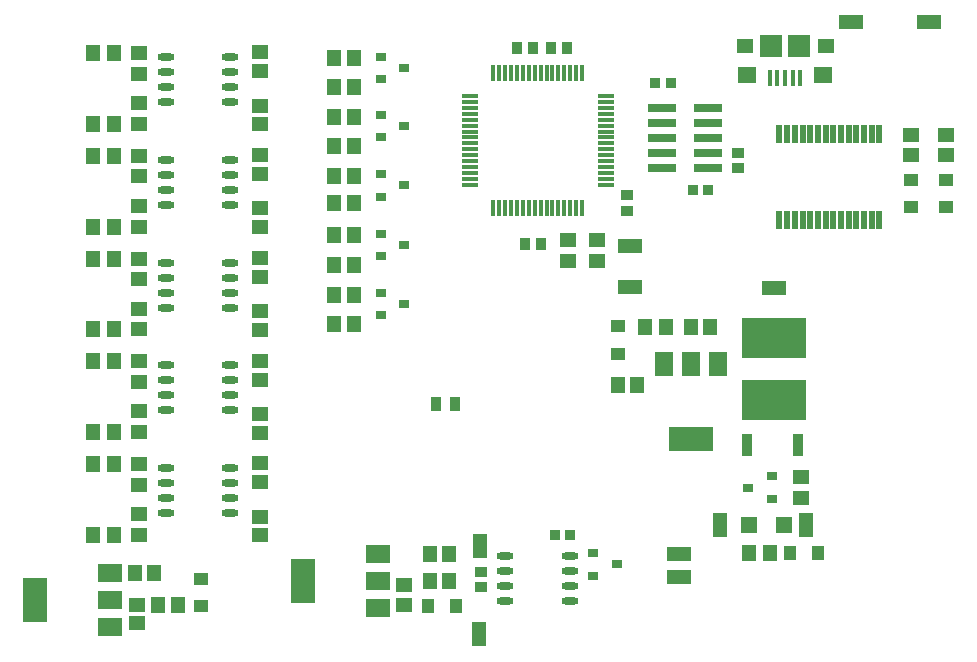
<source format=gtp>
G04*
G04 #@! TF.GenerationSoftware,Altium Limited,Altium Designer,18.1.9 (240)*
G04*
G04 Layer_Color=8421504*
%FSLAX25Y25*%
%MOIN*%
G70*
G01*
G75*
%ADD10R,0.05118X0.04331*%
%ADD11R,0.05118X0.05512*%
%ADD12R,0.05906X0.07874*%
%ADD13R,0.14961X0.07874*%
%ADD14R,0.05512X0.05118*%
%ADD15R,0.04528X0.05315*%
%ADD16R,0.07874X0.05906*%
%ADD17R,0.07874X0.14961*%
%ADD18R,0.01929X0.06496*%
%ADD19R,0.03937X0.03543*%
%ADD20R,0.21457X0.13780*%
%ADD21R,0.03543X0.07480*%
%ADD22R,0.03543X0.03150*%
%ADD23R,0.05315X0.04528*%
%ADD24R,0.05315X0.05709*%
%ADD25R,0.03543X0.03937*%
%ADD26R,0.03347X0.03740*%
%ADD27R,0.07480X0.07480*%
%ADD28R,0.05709X0.05118*%
%ADD29R,0.06299X0.05512*%
%ADD30R,0.01575X0.05315*%
%ADD31O,0.05709X0.02362*%
%ADD32R,0.04331X0.05118*%
%ADD33R,0.04528X0.08071*%
%ADD34R,0.08071X0.04528*%
%ADD35R,0.09449X0.02992*%
%ADD36R,0.05315X0.01181*%
%ADD37R,0.01181X0.05315*%
%ADD38R,0.03740X0.04921*%
D10*
X431496Y455118D02*
D03*
Y464173D02*
D03*
X570472Y548228D02*
D03*
Y539173D02*
D03*
X679921Y597047D02*
D03*
Y587992D02*
D03*
X668110Y597047D02*
D03*
Y587992D02*
D03*
D11*
X409449Y466142D02*
D03*
X415748D02*
D03*
X601218Y547950D02*
D03*
X594918D02*
D03*
X570472Y528740D02*
D03*
X576772D02*
D03*
X514173Y472441D02*
D03*
X507874D02*
D03*
X514173Y463386D02*
D03*
X507874D02*
D03*
D12*
X603937Y535630D02*
D03*
X594882D02*
D03*
X585827D02*
D03*
D13*
X594882Y510827D02*
D03*
D14*
X410236Y455512D02*
D03*
Y449213D02*
D03*
X451181Y571063D02*
D03*
Y564764D02*
D03*
X451181Y547047D02*
D03*
Y553346D02*
D03*
Y536811D02*
D03*
Y530512D02*
D03*
X451181Y512795D02*
D03*
Y519095D02*
D03*
X451181Y502559D02*
D03*
Y496260D02*
D03*
Y478543D02*
D03*
Y484842D02*
D03*
Y581299D02*
D03*
Y587598D02*
D03*
Y605315D02*
D03*
Y599016D02*
D03*
X451181Y615551D02*
D03*
Y621850D02*
D03*
X451181Y639567D02*
D03*
Y633268D02*
D03*
D15*
X423917Y455512D02*
D03*
X417028D02*
D03*
X482579Y637599D02*
D03*
X475689D02*
D03*
X482579Y627953D02*
D03*
X475689D02*
D03*
X586536Y547950D02*
D03*
X579646D02*
D03*
X621161Y472835D02*
D03*
X614272D02*
D03*
X395571Y478740D02*
D03*
X402461D02*
D03*
X395571Y502362D02*
D03*
X402461D02*
D03*
X395571Y512992D02*
D03*
X402461D02*
D03*
X395571Y536614D02*
D03*
X402461D02*
D03*
X395571Y547244D02*
D03*
X402461D02*
D03*
X395571Y570866D02*
D03*
X402461D02*
D03*
X395571Y581496D02*
D03*
X402461D02*
D03*
X395571Y605118D02*
D03*
X402461D02*
D03*
X395571Y615748D02*
D03*
X402461D02*
D03*
X395571Y639370D02*
D03*
X402461D02*
D03*
X482579Y618110D02*
D03*
X475689D02*
D03*
X482579Y608268D02*
D03*
X475689D02*
D03*
X482579Y598425D02*
D03*
X475689D02*
D03*
X482579Y589370D02*
D03*
X475689D02*
D03*
X482579Y578543D02*
D03*
X475689D02*
D03*
X482579Y568701D02*
D03*
X475689D02*
D03*
X482579Y558858D02*
D03*
X475689D02*
D03*
X482579Y549016D02*
D03*
X475689D02*
D03*
D16*
X490354Y454331D02*
D03*
Y463386D02*
D03*
Y472441D02*
D03*
X400984Y448032D02*
D03*
Y457087D02*
D03*
Y466142D02*
D03*
D17*
X465551Y463386D02*
D03*
X376181Y457087D02*
D03*
D18*
X657579Y612303D02*
D03*
X655020D02*
D03*
X652461D02*
D03*
X649902D02*
D03*
X647342D02*
D03*
X644783D02*
D03*
X642224D02*
D03*
X639665D02*
D03*
X637106D02*
D03*
X634547D02*
D03*
X631988D02*
D03*
X629429D02*
D03*
X626870D02*
D03*
X624311D02*
D03*
X657579Y583760D02*
D03*
X655020D02*
D03*
X652461D02*
D03*
X649902D02*
D03*
X647342D02*
D03*
X644783D02*
D03*
X642224D02*
D03*
X639665D02*
D03*
X637106D02*
D03*
X634547D02*
D03*
X631988D02*
D03*
X629429D02*
D03*
X626870D02*
D03*
X624311D02*
D03*
D19*
X573622Y586713D02*
D03*
Y592028D02*
D03*
X610630Y606201D02*
D03*
Y600886D02*
D03*
X524803Y466535D02*
D03*
Y461220D02*
D03*
D20*
X622441Y523622D02*
D03*
Y544291D02*
D03*
D21*
X613484Y508662D02*
D03*
X630610D02*
D03*
D22*
X621654Y490748D02*
D03*
Y498228D02*
D03*
X613780Y494488D02*
D03*
X562205Y472638D02*
D03*
Y465157D02*
D03*
X570079Y468898D02*
D03*
X491339Y638189D02*
D03*
Y630709D02*
D03*
X499213Y634449D02*
D03*
X491339Y618701D02*
D03*
Y611221D02*
D03*
X499213Y614960D02*
D03*
X491339Y599016D02*
D03*
Y591536D02*
D03*
X499213Y595275D02*
D03*
X491339Y579134D02*
D03*
Y571654D02*
D03*
X499213Y575394D02*
D03*
X491339Y559449D02*
D03*
Y551969D02*
D03*
X499213Y555709D02*
D03*
D23*
X631496Y497933D02*
D03*
Y491043D02*
D03*
X563386Y570177D02*
D03*
Y577067D02*
D03*
X553937Y570177D02*
D03*
Y577067D02*
D03*
X679921Y605315D02*
D03*
Y612205D02*
D03*
X668110Y605217D02*
D03*
Y612106D02*
D03*
X499213Y462106D02*
D03*
Y455217D02*
D03*
X410827Y536614D02*
D03*
Y529724D02*
D03*
X410827Y478740D02*
D03*
Y485630D02*
D03*
X410827Y502362D02*
D03*
Y495472D02*
D03*
X410827Y512992D02*
D03*
Y519882D02*
D03*
Y547244D02*
D03*
Y554134D02*
D03*
X410827Y581496D02*
D03*
Y588386D02*
D03*
X410827Y570866D02*
D03*
Y563976D02*
D03*
X410827Y605118D02*
D03*
Y598228D02*
D03*
Y615748D02*
D03*
Y622638D02*
D03*
Y639370D02*
D03*
Y632480D02*
D03*
D24*
X625886Y481890D02*
D03*
X614272D02*
D03*
D25*
X544783Y575591D02*
D03*
X539468D02*
D03*
X536713Y640945D02*
D03*
X542028D02*
D03*
X553445Y640945D02*
D03*
X548130D02*
D03*
D26*
X600591Y593701D02*
D03*
X595472D02*
D03*
X554528Y478740D02*
D03*
X549409D02*
D03*
X587992Y629528D02*
D03*
X582874D02*
D03*
D27*
X621457Y641634D02*
D03*
X630905D02*
D03*
D28*
X612697D02*
D03*
X639665D02*
D03*
D29*
X613583Y631988D02*
D03*
X638779D02*
D03*
D30*
X621063Y631102D02*
D03*
X623622D02*
D03*
X626181D02*
D03*
X628740D02*
D03*
X631299D02*
D03*
D31*
X554429Y456673D02*
D03*
Y461673D02*
D03*
Y466673D02*
D03*
Y471673D02*
D03*
X532972Y456673D02*
D03*
Y461673D02*
D03*
Y466673D02*
D03*
Y471673D02*
D03*
X419783Y501004D02*
D03*
Y496004D02*
D03*
Y491004D02*
D03*
Y486004D02*
D03*
X441240Y501004D02*
D03*
Y496004D02*
D03*
Y491004D02*
D03*
Y486004D02*
D03*
X419783Y535256D02*
D03*
Y530256D02*
D03*
Y525256D02*
D03*
Y520256D02*
D03*
X441240Y535256D02*
D03*
Y530256D02*
D03*
Y525256D02*
D03*
Y520256D02*
D03*
X419783Y569508D02*
D03*
Y564508D02*
D03*
Y559508D02*
D03*
Y554508D02*
D03*
X441240Y569508D02*
D03*
Y564508D02*
D03*
Y559508D02*
D03*
Y554508D02*
D03*
Y588760D02*
D03*
Y593760D02*
D03*
Y598760D02*
D03*
Y603760D02*
D03*
X419783Y588760D02*
D03*
Y593760D02*
D03*
Y598760D02*
D03*
Y603760D02*
D03*
Y638012D02*
D03*
Y633012D02*
D03*
Y628012D02*
D03*
Y623012D02*
D03*
X441240Y638012D02*
D03*
Y633012D02*
D03*
Y628012D02*
D03*
Y623012D02*
D03*
D32*
X507283Y455118D02*
D03*
X516338D02*
D03*
X627953Y472835D02*
D03*
X637008D02*
D03*
D33*
X633071Y481890D02*
D03*
X604331D02*
D03*
X524016Y445669D02*
D03*
X524409Y475197D02*
D03*
D34*
X622441Y561024D02*
D03*
X590945Y472441D02*
D03*
Y464567D02*
D03*
X574409Y575197D02*
D03*
Y561417D02*
D03*
X648032Y649606D02*
D03*
X674016D02*
D03*
D35*
X600591Y601024D02*
D03*
X585236D02*
D03*
X600591Y606024D02*
D03*
X585236D02*
D03*
X600591Y611024D02*
D03*
X585236D02*
D03*
X600591Y616024D02*
D03*
X585236D02*
D03*
X600591Y621024D02*
D03*
X585236D02*
D03*
D36*
X566339Y625000D02*
D03*
Y623032D02*
D03*
Y621063D02*
D03*
Y619095D02*
D03*
Y617126D02*
D03*
Y615158D02*
D03*
Y613189D02*
D03*
Y611221D02*
D03*
Y609252D02*
D03*
Y607283D02*
D03*
Y605315D02*
D03*
Y603346D02*
D03*
Y601378D02*
D03*
Y599409D02*
D03*
Y597441D02*
D03*
Y595472D02*
D03*
X521063D02*
D03*
Y597441D02*
D03*
Y599409D02*
D03*
Y601378D02*
D03*
Y603346D02*
D03*
Y605315D02*
D03*
Y607283D02*
D03*
Y609252D02*
D03*
Y611221D02*
D03*
Y613189D02*
D03*
Y615158D02*
D03*
Y617126D02*
D03*
Y619095D02*
D03*
Y621063D02*
D03*
Y623032D02*
D03*
Y625000D02*
D03*
D37*
X558465Y587598D02*
D03*
X556496D02*
D03*
X554528D02*
D03*
X552559D02*
D03*
X550591D02*
D03*
X548622D02*
D03*
X546654D02*
D03*
X544685D02*
D03*
X542717D02*
D03*
X540748D02*
D03*
X538779D02*
D03*
X536811D02*
D03*
X534842D02*
D03*
X532874D02*
D03*
X530905D02*
D03*
X528937D02*
D03*
Y632874D02*
D03*
X530905D02*
D03*
X532874D02*
D03*
X534842D02*
D03*
X536811D02*
D03*
X538779D02*
D03*
X540748D02*
D03*
X542717D02*
D03*
X544685D02*
D03*
X546654D02*
D03*
X548622D02*
D03*
X550591D02*
D03*
X552559D02*
D03*
X554528D02*
D03*
X556496D02*
D03*
X558465D02*
D03*
D38*
X516043Y522441D02*
D03*
X509941D02*
D03*
M02*

</source>
